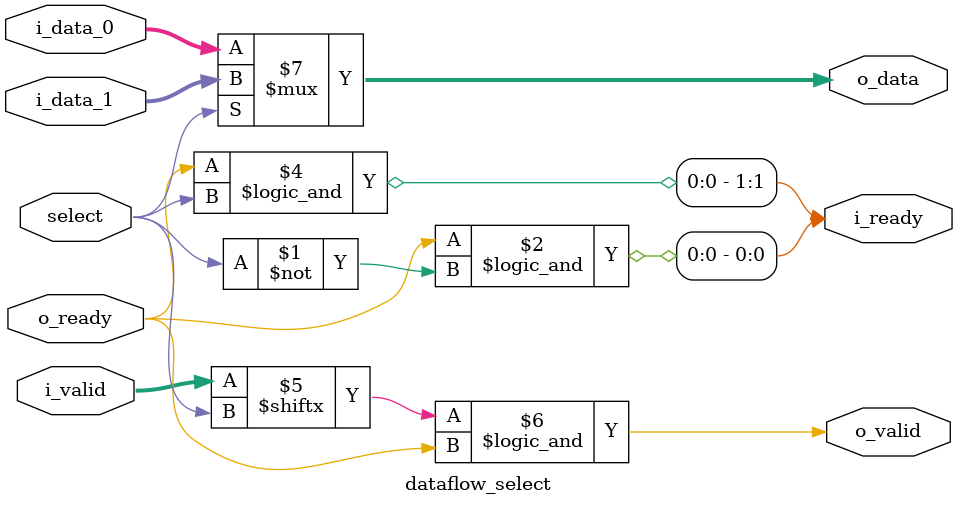
<source format=v>
`default_nettype none


module dataflow_select #(parameter width = 8)(
    input wire [1:0] i_valid,
    output wire [1:0] i_ready,
    input wire [width-1:0] i_data_0,
    input wire [width-1:0] i_data_1,
    input wire select,
    output wire o_valid,
    input wire o_ready,
    output wire [width-1:0] o_data);

    assign i_ready = { o_ready && select == 1'b1, o_ready && select == 1'b0 };
    assign o_valid = i_valid[select] && o_ready;
    assign o_data = select ? i_data_1 : i_data_0;

endmodule

</source>
